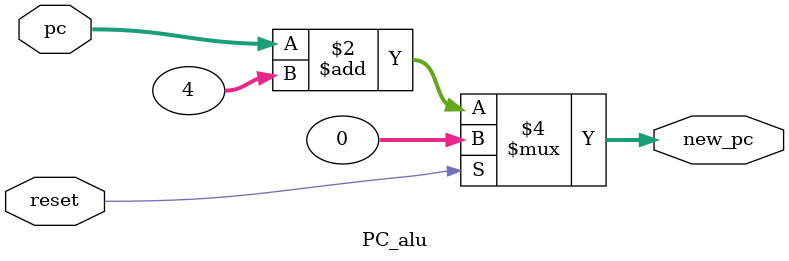
<source format=v>
module PC_alu (
    input  wire        reset,   // Active-high reset
    input  wire [31:0] pc,      // Current PC

    output reg  [31:0] new_pc   // PC + 4 or reset to 0
);

    // Next PC is always either reset or PC + 4
    always @(*) begin
        if (reset)
            new_pc = 32'd0;           // Reset: set PC to 0
        else
            new_pc = pc + 32'd4;      // Normal: increment PC by 4
    end

endmodule

</source>
